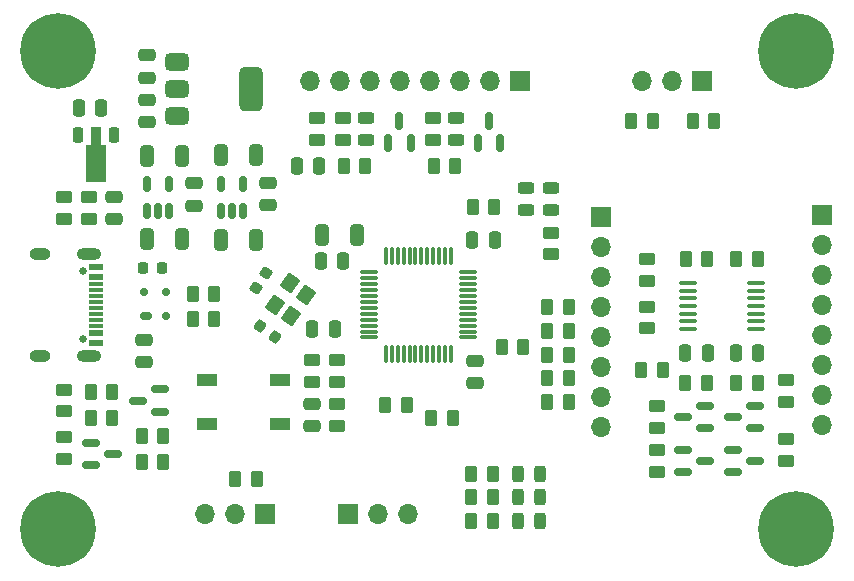
<source format=gbr>
%TF.GenerationSoftware,KiCad,Pcbnew,8.0.4*%
%TF.CreationDate,2024-07-27T17:20:27+08:00*%
%TF.ProjectId,DapLink_STM32F103CBT6,4461704c-696e-46b5-9f53-544d33324631,rev?*%
%TF.SameCoordinates,Original*%
%TF.FileFunction,Soldermask,Top*%
%TF.FilePolarity,Negative*%
%FSLAX46Y46*%
G04 Gerber Fmt 4.6, Leading zero omitted, Abs format (unit mm)*
G04 Created by KiCad (PCBNEW 8.0.4) date 2024-07-27 17:20:27*
%MOMM*%
%LPD*%
G01*
G04 APERTURE LIST*
G04 Aperture macros list*
%AMRoundRect*
0 Rectangle with rounded corners*
0 $1 Rounding radius*
0 $2 $3 $4 $5 $6 $7 $8 $9 X,Y pos of 4 corners*
0 Add a 4 corners polygon primitive as box body*
4,1,4,$2,$3,$4,$5,$6,$7,$8,$9,$2,$3,0*
0 Add four circle primitives for the rounded corners*
1,1,$1+$1,$2,$3*
1,1,$1+$1,$4,$5*
1,1,$1+$1,$6,$7*
1,1,$1+$1,$8,$9*
0 Add four rect primitives between the rounded corners*
20,1,$1+$1,$2,$3,$4,$5,0*
20,1,$1+$1,$4,$5,$6,$7,0*
20,1,$1+$1,$6,$7,$8,$9,0*
20,1,$1+$1,$8,$9,$2,$3,0*%
%AMRotRect*
0 Rectangle, with rotation*
0 The origin of the aperture is its center*
0 $1 length*
0 $2 width*
0 $3 Rotation angle, in degrees counterclockwise*
0 Add horizontal line*
21,1,$1,$2,0,0,$3*%
%AMFreePoly0*
4,1,9,3.862500,-0.866500,0.737500,-0.866500,0.737500,-0.450000,-0.737500,-0.450000,-0.737500,0.450000,0.737500,0.450000,0.737500,0.866500,3.862500,0.866500,3.862500,-0.866500,3.862500,-0.866500,$1*%
G04 Aperture macros list end*
%ADD10RoundRect,0.250000X0.262500X0.450000X-0.262500X0.450000X-0.262500X-0.450000X0.262500X-0.450000X0*%
%ADD11C,0.800000*%
%ADD12C,6.400000*%
%ADD13RoundRect,0.250000X-0.450000X0.262500X-0.450000X-0.262500X0.450000X-0.262500X0.450000X0.262500X0*%
%ADD14R,1.700000X1.700000*%
%ADD15O,1.700000X1.700000*%
%ADD16RoundRect,0.250000X-0.250000X-0.475000X0.250000X-0.475000X0.250000X0.475000X-0.250000X0.475000X0*%
%ADD17RoundRect,0.250000X0.250000X0.475000X-0.250000X0.475000X-0.250000X-0.475000X0.250000X-0.475000X0*%
%ADD18RoundRect,0.250000X-0.262500X-0.450000X0.262500X-0.450000X0.262500X0.450000X-0.262500X0.450000X0*%
%ADD19RoundRect,0.100000X0.637500X0.100000X-0.637500X0.100000X-0.637500X-0.100000X0.637500X-0.100000X0*%
%ADD20RoundRect,0.150000X0.150000X-0.512500X0.150000X0.512500X-0.150000X0.512500X-0.150000X-0.512500X0*%
%ADD21RoundRect,0.250000X-0.325000X-0.650000X0.325000X-0.650000X0.325000X0.650000X-0.325000X0.650000X0*%
%ADD22RoundRect,0.243750X-0.243750X-0.456250X0.243750X-0.456250X0.243750X0.456250X-0.243750X0.456250X0*%
%ADD23C,0.650000*%
%ADD24R,1.240000X0.600000*%
%ADD25R,1.240000X0.300000*%
%ADD26O,2.100000X1.000000*%
%ADD27O,1.800000X1.000000*%
%ADD28RoundRect,0.250000X-0.475000X0.250000X-0.475000X-0.250000X0.475000X-0.250000X0.475000X0.250000X0*%
%ADD29RoundRect,0.250000X0.450000X-0.262500X0.450000X0.262500X-0.450000X0.262500X-0.450000X-0.262500X0*%
%ADD30RoundRect,0.150000X-0.587500X-0.150000X0.587500X-0.150000X0.587500X0.150000X-0.587500X0.150000X0*%
%ADD31R,1.800000X1.100000*%
%ADD32RoundRect,0.150000X0.150000X-0.587500X0.150000X0.587500X-0.150000X0.587500X-0.150000X-0.587500X0*%
%ADD33RoundRect,0.225000X-0.225000X0.425000X-0.225000X-0.425000X0.225000X-0.425000X0.225000X0.425000X0*%
%ADD34FreePoly0,270.000000*%
%ADD35RoundRect,0.243750X-0.456250X0.243750X-0.456250X-0.243750X0.456250X-0.243750X0.456250X0.243750X0*%
%ADD36RoundRect,0.243750X0.456250X-0.243750X0.456250X0.243750X-0.456250X0.243750X-0.456250X-0.243750X0*%
%ADD37RoundRect,0.175000X0.325000X-0.175000X0.325000X0.175000X-0.325000X0.175000X-0.325000X-0.175000X0*%
%ADD38RoundRect,0.150000X0.150000X-0.200000X0.150000X0.200000X-0.150000X0.200000X-0.150000X-0.200000X0*%
%ADD39RoundRect,0.250000X0.475000X-0.250000X0.475000X0.250000X-0.475000X0.250000X-0.475000X-0.250000X0*%
%ADD40RoundRect,0.225000X0.327703X0.075733X-0.040915X0.333843X-0.327703X-0.075733X0.040915X-0.333843X0*%
%ADD41RoundRect,0.150000X0.587500X0.150000X-0.587500X0.150000X-0.587500X-0.150000X0.587500X-0.150000X0*%
%ADD42RoundRect,0.218750X-0.218750X-0.256250X0.218750X-0.256250X0.218750X0.256250X-0.218750X0.256250X0*%
%ADD43RotRect,1.400000X1.200000X55.000000*%
%ADD44RoundRect,0.075000X-0.662500X-0.075000X0.662500X-0.075000X0.662500X0.075000X-0.662500X0.075000X0*%
%ADD45RoundRect,0.075000X-0.075000X-0.662500X0.075000X-0.662500X0.075000X0.662500X-0.075000X0.662500X0*%
%ADD46RoundRect,0.250000X0.325000X0.650000X-0.325000X0.650000X-0.325000X-0.650000X0.325000X-0.650000X0*%
%ADD47RoundRect,0.225000X0.075733X-0.327703X0.333843X0.040915X-0.075733X0.327703X-0.333843X-0.040915X0*%
%ADD48RoundRect,0.375000X-0.625000X-0.375000X0.625000X-0.375000X0.625000X0.375000X-0.625000X0.375000X0*%
%ADD49RoundRect,0.500000X-0.500000X-1.400000X0.500000X-1.400000X0.500000X1.400000X-0.500000X1.400000X0*%
G04 APERTURE END LIST*
D10*
%TO.C,R39*%
X95412500Y-96600000D03*
X93587500Y-96600000D03*
%TD*%
D11*
%TO.C,H1*%
X38100000Y-68500000D03*
X38802944Y-66802944D03*
X38802944Y-70197056D03*
X40500000Y-66100000D03*
D12*
X40500000Y-68500000D03*
D11*
X40500000Y-70900000D03*
X42197056Y-66802944D03*
X42197056Y-70197056D03*
X42900000Y-68500000D03*
%TD*%
D13*
%TO.C,R22*%
X72200000Y-74212500D03*
X72200000Y-76037500D03*
%TD*%
D14*
%TO.C,J3*%
X79600000Y-71000000D03*
D15*
X77060000Y-71000000D03*
X74520000Y-71000000D03*
X71980000Y-71000000D03*
X69440000Y-71000000D03*
X66900000Y-71000000D03*
X64360000Y-71000000D03*
X61820000Y-71000000D03*
%TD*%
D16*
%TO.C,C8*%
X75550000Y-84500000D03*
X77450000Y-84500000D03*
%TD*%
D17*
%TO.C,C22*%
X99787500Y-94050000D03*
X97887500Y-94050000D03*
%TD*%
D18*
%TO.C,R12*%
X78062500Y-93550000D03*
X79887500Y-93550000D03*
%TD*%
D19*
%TO.C,U6*%
X99562500Y-92050000D03*
X99562500Y-91400000D03*
X99562500Y-90750000D03*
X99562500Y-90100000D03*
X99562500Y-89450000D03*
X99562500Y-88800000D03*
X99562500Y-88150000D03*
X93837500Y-88150000D03*
X93837500Y-88800000D03*
X93837500Y-89450000D03*
X93837500Y-90100000D03*
X93837500Y-90750000D03*
X93837500Y-91400000D03*
X93837500Y-92050000D03*
%TD*%
D20*
%TO.C,U4*%
X48012500Y-82050000D03*
X48962500Y-82050000D03*
X49912500Y-82050000D03*
X49912500Y-79775000D03*
X48012500Y-79775000D03*
%TD*%
D21*
%TO.C,C18*%
X54325000Y-77300000D03*
X57275000Y-77300000D03*
%TD*%
D14*
%TO.C,J2*%
X58000000Y-107700000D03*
D15*
X55460000Y-107700000D03*
X52920000Y-107700000D03*
%TD*%
D18*
%TO.C,R28*%
X43262500Y-97400000D03*
X45087500Y-97400000D03*
%TD*%
D22*
%TO.C,D3*%
X79450000Y-104300000D03*
X81325000Y-104300000D03*
%TD*%
D23*
%TO.C,J4*%
X42605000Y-87110000D03*
X42605000Y-92890000D03*
D24*
X43725000Y-86800000D03*
X43725000Y-87600000D03*
D25*
X43725000Y-88750000D03*
X43725000Y-89750000D03*
X43725000Y-90250000D03*
X43725000Y-91250000D03*
D24*
X43725000Y-92400000D03*
X43725000Y-93200000D03*
X43725000Y-93200000D03*
X43725000Y-92400000D03*
D25*
X43725000Y-91750000D03*
X43725000Y-90750000D03*
X43725000Y-89250000D03*
X43725000Y-88250000D03*
D24*
X43725000Y-87600000D03*
X43725000Y-86800000D03*
D26*
X43125000Y-85680000D03*
D27*
X38925000Y-85680000D03*
D26*
X43125000Y-94320000D03*
D27*
X38925000Y-94320000D03*
%TD*%
D28*
%TO.C,C1*%
X62000000Y-98350000D03*
X62000000Y-100250000D03*
%TD*%
D14*
%TO.C,J1*%
X65060000Y-107700000D03*
D15*
X67600000Y-107700000D03*
X70140000Y-107700000D03*
%TD*%
D29*
%TO.C,R45*%
X102100000Y-103212500D03*
X102100000Y-101387500D03*
%TD*%
D30*
%TO.C,Q3*%
X43250000Y-101650000D03*
X43250000Y-103550000D03*
X45125000Y-102600000D03*
%TD*%
D10*
%TO.C,R7*%
X57312500Y-104700000D03*
X55487500Y-104700000D03*
%TD*%
D13*
%TO.C,R6*%
X82200000Y-83887500D03*
X82200000Y-85712500D03*
%TD*%
D18*
%TO.C,R30*%
X47587500Y-103300000D03*
X49412500Y-103300000D03*
%TD*%
D28*
%TO.C,C5*%
X75800000Y-94750000D03*
X75800000Y-96650000D03*
%TD*%
D29*
%TO.C,R21*%
X62400000Y-76037500D03*
X62400000Y-74212500D03*
%TD*%
%TO.C,R4*%
X62000000Y-96512500D03*
X62000000Y-94687500D03*
%TD*%
D18*
%TO.C,R23*%
X64687500Y-78225000D03*
X66512500Y-78225000D03*
%TD*%
D31*
%TO.C,SW1*%
X59300000Y-100050000D03*
X53100000Y-100050000D03*
X59300000Y-96350000D03*
X53100000Y-96350000D03*
%TD*%
D18*
%TO.C,R40*%
X89887500Y-95500000D03*
X91712500Y-95500000D03*
%TD*%
D29*
%TO.C,R29*%
X40987500Y-103012500D03*
X40987500Y-101187500D03*
%TD*%
D10*
%TO.C,R31*%
X49400000Y-101100000D03*
X47575000Y-101100000D03*
%TD*%
D32*
%TO.C,Q2*%
X68450000Y-76262500D03*
X70350000Y-76262500D03*
X69400000Y-74387500D03*
%TD*%
D30*
%TO.C,Q8*%
X97625000Y-102250000D03*
X97625000Y-104150000D03*
X99500000Y-103200000D03*
%TD*%
D29*
%TO.C,R38*%
X102100000Y-98212500D03*
X102100000Y-96387500D03*
%TD*%
D33*
%TO.C,U5*%
X45200000Y-75650000D03*
D34*
X43700000Y-75737500D03*
D33*
X42200000Y-75650000D03*
%TD*%
D10*
%TO.C,R42*%
X96052500Y-74400000D03*
X94227500Y-74400000D03*
%TD*%
D18*
%TO.C,R10*%
X81887500Y-92200000D03*
X83712500Y-92200000D03*
%TD*%
D35*
%TO.C,D4*%
X80100000Y-80062500D03*
X80100000Y-81937500D03*
%TD*%
D36*
%TO.C,D6*%
X74200000Y-76062500D03*
X74200000Y-74187500D03*
%TD*%
D37*
%TO.C,D8*%
X47950000Y-90900000D03*
D38*
X49650000Y-90900000D03*
X49650000Y-88900000D03*
X47750000Y-88900000D03*
%TD*%
D39*
%TO.C,C11*%
X47800000Y-94850000D03*
X47800000Y-92950000D03*
%TD*%
%TO.C,C12*%
X48000000Y-74550000D03*
X48000000Y-72650000D03*
%TD*%
D18*
%TO.C,R17*%
X51887500Y-91200000D03*
X53712500Y-91200000D03*
%TD*%
D40*
%TO.C,C3*%
X58897343Y-92694522D03*
X57627657Y-91805478D03*
%TD*%
D41*
%TO.C,Q6*%
X95275000Y-100450000D03*
X95275000Y-98550000D03*
X93400000Y-99500000D03*
%TD*%
D11*
%TO.C,H4*%
X100600000Y-109000000D03*
X101302944Y-107302944D03*
X101302944Y-110697056D03*
X103000000Y-106600000D03*
D12*
X103000000Y-109000000D03*
D11*
X103000000Y-111400000D03*
X104697056Y-107302944D03*
X104697056Y-110697056D03*
X105400000Y-109000000D03*
%TD*%
D35*
%TO.C,D5*%
X82200000Y-80062500D03*
X82200000Y-81937500D03*
%TD*%
D18*
%TO.C,R2*%
X75475000Y-106300000D03*
X77300000Y-106300000D03*
%TD*%
D14*
%TO.C,J7*%
X95040000Y-71000000D03*
D15*
X92500000Y-71000000D03*
X89960000Y-71000000D03*
%TD*%
D17*
%TO.C,C7*%
X63912500Y-92050000D03*
X62012500Y-92050000D03*
%TD*%
D29*
%TO.C,R18*%
X64100000Y-96512500D03*
X64100000Y-94687500D03*
%TD*%
D16*
%TO.C,C23*%
X93587500Y-94050000D03*
X95487500Y-94050000D03*
%TD*%
D42*
%TO.C,FB1*%
X47712500Y-86900000D03*
X49287500Y-86900000D03*
%TD*%
D10*
%TO.C,R41*%
X90852500Y-74400000D03*
X89027500Y-74400000D03*
%TD*%
D17*
%TO.C,C9*%
X64650000Y-86300000D03*
X62750000Y-86300000D03*
%TD*%
D13*
%TO.C,R27*%
X40987500Y-97187500D03*
X40987500Y-99012500D03*
%TD*%
D11*
%TO.C,H3*%
X100600000Y-68500000D03*
X101302944Y-66802944D03*
X101302944Y-70197056D03*
X103000000Y-66100000D03*
D12*
X103000000Y-68500000D03*
D11*
X103000000Y-70900000D03*
X104697056Y-66802944D03*
X104697056Y-70197056D03*
X105400000Y-68500000D03*
%TD*%
D20*
%TO.C,U3*%
X54250000Y-82037500D03*
X55200000Y-82037500D03*
X56150000Y-82037500D03*
X56150000Y-79762500D03*
X54250000Y-79762500D03*
%TD*%
D18*
%TO.C,R32*%
X43262500Y-99600000D03*
X45087500Y-99600000D03*
%TD*%
D13*
%TO.C,R36*%
X90337500Y-86137500D03*
X90337500Y-87962500D03*
%TD*%
D30*
%TO.C,Q7*%
X93425000Y-102250000D03*
X93425000Y-104150000D03*
X95300000Y-103200000D03*
%TD*%
D18*
%TO.C,R1*%
X75475000Y-108300000D03*
X77300000Y-108300000D03*
%TD*%
%TO.C,R33*%
X97925000Y-86150000D03*
X99750000Y-86150000D03*
%TD*%
D28*
%TO.C,C16*%
X58300000Y-79650000D03*
X58300000Y-81550000D03*
%TD*%
D22*
%TO.C,D2*%
X79450000Y-106300000D03*
X81325000Y-106300000D03*
%TD*%
D18*
%TO.C,R3*%
X75475000Y-104300000D03*
X77300000Y-104300000D03*
%TD*%
D10*
%TO.C,R9*%
X73912500Y-99600000D03*
X72087500Y-99600000D03*
%TD*%
D22*
%TO.C,D1*%
X79450000Y-108300000D03*
X81325000Y-108300000D03*
%TD*%
D39*
%TO.C,C15*%
X48000000Y-70750000D03*
X48000000Y-68850000D03*
%TD*%
D16*
%TO.C,C21*%
X42250000Y-73300000D03*
X44150000Y-73300000D03*
%TD*%
D10*
%TO.C,R14*%
X83712500Y-98200000D03*
X81887500Y-98200000D03*
%TD*%
%TO.C,R8*%
X70012500Y-98500000D03*
X68187500Y-98500000D03*
%TD*%
D43*
%TO.C,Y1*%
X60227845Y-90938607D03*
X61489712Y-89136472D03*
X60097155Y-88161393D03*
X58835288Y-89963528D03*
%TD*%
D44*
%TO.C,U1*%
X66837500Y-87250000D03*
X66837500Y-87750000D03*
X66837500Y-88250000D03*
X66837500Y-88750000D03*
X66837500Y-89250000D03*
X66837500Y-89750000D03*
X66837500Y-90250000D03*
X66837500Y-90750000D03*
X66837500Y-91250000D03*
X66837500Y-91750000D03*
X66837500Y-92250000D03*
X66837500Y-92750000D03*
D45*
X68250000Y-94162500D03*
X68750000Y-94162500D03*
X69250000Y-94162500D03*
X69750000Y-94162500D03*
X70250000Y-94162500D03*
X70750000Y-94162500D03*
X71250000Y-94162500D03*
X71750000Y-94162500D03*
X72250000Y-94162500D03*
X72750000Y-94162500D03*
X73250000Y-94162500D03*
X73750000Y-94162500D03*
D44*
X75162500Y-92750000D03*
X75162500Y-92250000D03*
X75162500Y-91750000D03*
X75162500Y-91250000D03*
X75162500Y-90750000D03*
X75162500Y-90250000D03*
X75162500Y-89750000D03*
X75162500Y-89250000D03*
X75162500Y-88750000D03*
X75162500Y-88250000D03*
X75162500Y-87750000D03*
X75162500Y-87250000D03*
D45*
X73750000Y-85837500D03*
X73250000Y-85837500D03*
X72750000Y-85837500D03*
X72250000Y-85837500D03*
X71750000Y-85837500D03*
X71250000Y-85837500D03*
X70750000Y-85837500D03*
X70250000Y-85837500D03*
X69750000Y-85837500D03*
X69250000Y-85837500D03*
X68750000Y-85837500D03*
X68250000Y-85837500D03*
%TD*%
D17*
%TO.C,C10*%
X62600000Y-78225000D03*
X60700000Y-78225000D03*
%TD*%
D29*
%TO.C,R44*%
X91200000Y-100412500D03*
X91200000Y-98587500D03*
%TD*%
%TO.C,R19*%
X64100000Y-100212500D03*
X64100000Y-98387500D03*
%TD*%
D41*
%TO.C,Q5*%
X99475000Y-100450000D03*
X99475000Y-98550000D03*
X97600000Y-99500000D03*
%TD*%
D10*
%TO.C,R15*%
X83712500Y-96200000D03*
X81887500Y-96200000D03*
%TD*%
D18*
%TO.C,R20*%
X72287500Y-78225000D03*
X74112500Y-78225000D03*
%TD*%
D13*
%TO.C,R24*%
X64600000Y-74212500D03*
X64600000Y-76037500D03*
%TD*%
D21*
%TO.C,C19*%
X48037500Y-77350000D03*
X50987500Y-77350000D03*
%TD*%
D18*
%TO.C,R34*%
X93625000Y-86150000D03*
X95450000Y-86150000D03*
%TD*%
D46*
%TO.C,C6*%
X65800000Y-84100000D03*
X62850000Y-84100000D03*
%TD*%
D13*
%TO.C,R43*%
X91200000Y-102287500D03*
X91200000Y-104112500D03*
%TD*%
D32*
%TO.C,Q1*%
X76050000Y-76262500D03*
X77950000Y-76262500D03*
X77000000Y-74387500D03*
%TD*%
D47*
%TO.C,C2*%
X57217978Y-88584843D03*
X58107022Y-87315157D03*
%TD*%
D18*
%TO.C,R11*%
X81887500Y-94200000D03*
X83712500Y-94200000D03*
%TD*%
D14*
%TO.C,J6*%
X105200000Y-82425000D03*
D15*
X105200000Y-84965000D03*
X105200000Y-87505000D03*
X105200000Y-90045000D03*
X105200000Y-92585000D03*
X105200000Y-95125000D03*
X105200000Y-97665000D03*
X105200000Y-100205000D03*
%TD*%
D13*
%TO.C,R26*%
X43100000Y-80887500D03*
X43100000Y-82712500D03*
%TD*%
D28*
%TO.C,C20*%
X45200000Y-80850000D03*
X45200000Y-82750000D03*
%TD*%
D14*
%TO.C,J5*%
X86500000Y-82525000D03*
D15*
X86500000Y-85065000D03*
X86500000Y-87605000D03*
X86500000Y-90145000D03*
X86500000Y-92685000D03*
X86500000Y-95225000D03*
X86500000Y-97765000D03*
X86500000Y-100305000D03*
%TD*%
D21*
%TO.C,C14*%
X48037500Y-84450000D03*
X50987500Y-84450000D03*
%TD*%
%TO.C,C13*%
X54325000Y-84500000D03*
X57275000Y-84500000D03*
%TD*%
D41*
%TO.C,Q4*%
X49162500Y-99050000D03*
X49162500Y-97150000D03*
X47287500Y-98100000D03*
%TD*%
D13*
%TO.C,R25*%
X41000000Y-80887500D03*
X41000000Y-82712500D03*
%TD*%
D36*
%TO.C,D7*%
X66600000Y-76062500D03*
X66600000Y-74187500D03*
%TD*%
D11*
%TO.C,H2*%
X38100000Y-109000000D03*
X38802944Y-107302944D03*
X38802944Y-110697056D03*
X40500000Y-106600000D03*
D12*
X40500000Y-109000000D03*
D11*
X40500000Y-111400000D03*
X42197056Y-107302944D03*
X42197056Y-110697056D03*
X42900000Y-109000000D03*
%TD*%
D18*
%TO.C,R13*%
X81887500Y-90200000D03*
X83712500Y-90200000D03*
%TD*%
D10*
%TO.C,R5*%
X77412500Y-81700000D03*
X75587500Y-81700000D03*
%TD*%
D18*
%TO.C,R37*%
X97887500Y-96600000D03*
X99712500Y-96600000D03*
%TD*%
D28*
%TO.C,C17*%
X52012500Y-79700000D03*
X52012500Y-81600000D03*
%TD*%
D48*
%TO.C,U2*%
X50550000Y-69400000D03*
X50550000Y-71700000D03*
D49*
X56850000Y-71700000D03*
D48*
X50550000Y-74000000D03*
%TD*%
D18*
%TO.C,R16*%
X51887500Y-89100000D03*
X53712500Y-89100000D03*
%TD*%
D13*
%TO.C,R35*%
X90337500Y-90137500D03*
X90337500Y-91962500D03*
%TD*%
M02*

</source>
